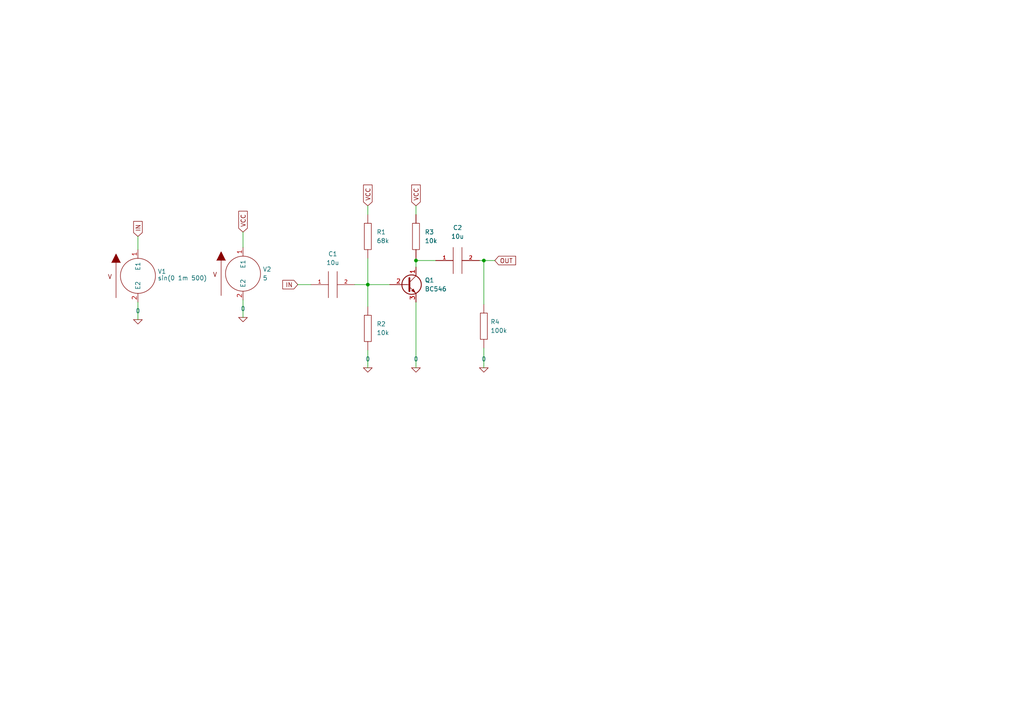
<source format=kicad_sch>
(kicad_sch (version 20211123) (generator eeschema)
  (paper "A4")
  (lib_symbols
    (symbol "Transistor_BJT:BC546" (pin_names (offset 0) hide)
      (property "Reference" "Q" (at 5.08 1.905 0))
      (property "Value" "BC546" (at 5.08 0 0))
      (symbol "BC546_0_1"
        (polyline (pts (xy 0 0) (xy 0.635 0)))
        (polyline (pts (xy 0.635 0.635) (xy 2.54 2.54)))
        (polyline (pts (xy 0.635 -0.635) (xy 2.54 -2.54) (xy 2.54 -2.54)))
        (polyline (pts (xy 0.635 1.905) (xy 0.635 -1.905) (xy 0.635 -1.905)) (stroke (width 0.508)))
        (polyline (pts (xy 1.27 -1.778) (xy 1.778 -1.27) (xy 2.286 -2.286) (xy 1.27 -1.778) (xy 1.27 -1.778)) (fill (type outline)))
        (circle (center 1.27 0) (radius 2.8194) (stroke (width 0.254)))
      )
      (symbol "BC546_1_1"
        (pin passive line (at 2.54 5.08 270) (length 2.54) (name "C") (number "1"))
        (pin input line (at -5.08 0 0) (length 5.08) (name "B") (number "2"))
        (pin passive line (at 2.54 -5.08 90) (length 2.54) (name "E") (number "3"))
      )
    )
    (symbol "pspice:0" (power) (pin_names (offset 0))
      (property "Value" "0" (at 0 -1.778 0))
      (symbol "0_0_1"
        (polyline (pts (xy -1.27 0) (xy 0 -1.27) (xy 1.27 0) (xy -1.27 0)))
      )
      (symbol "0_1_1"
        (pin power_in line (at 0 0 0) (length 0) hide (name "0") (number "1"))
      )
    )
    (symbol "pspice:C" (pin_names (offset 0.254))
      (property "Reference" "C" (at 2.54 3.81 90))
      (property "Value" "C" (at 2.54 -3.81 90))
      (symbol "C_0_1"
        (polyline (pts (xy -3.81 -1.27) (xy 3.81 -1.27)))
        (polyline (pts (xy -3.81 1.27) (xy 3.81 1.27)))
      )
      (symbol "C_1_1"
        (pin passive line (at 0 6.35 270) (length 5.08) (name "~") (number "1"))
        (pin passive line (at 0 -6.35 90) (length 5.08) (name "~") (number "2"))
      )
    )
    (symbol "pspice:R" (pin_numbers hide) (pin_names (offset 0))
      (property "Reference" "R" (at 2.032 0 90))
      (property "Value" "R" (at 0 0 90))
      (symbol "R_0_1"
        (rectangle (start -1.016 3.81) (end 1.016 -3.81))
      )
      (symbol "R_1_1"
        (pin passive line (at 0 6.35 270) (length 2.54) (name "~") (number "1"))
        (pin passive line (at 0 -6.35 90) (length 2.54) (name "~") (number "2"))
      )
    )
    (symbol "pspice:VSOURCE" (pin_names (offset 1.016))
      (property "Reference" "V" (at -6.35 7.62 0))
      (property "Value" "VSOURCE" (at 0 0 0))
      (symbol "VSOURCE_0_1"
        (polyline (pts (xy -6.35 -6.35) (xy -6.35 3.81)) (fill (type outline)))
        (polyline (pts (xy -7.62 3.81) (xy -6.35 6.35) (xy -5.08 3.81)) (fill (type outline)))
        (circle (center 0 0) (radius 5.08))
        (text "V" (at -8.128 -0.254 0) (effects (font (size 1.27 1.27))))
      )
      (symbol "VSOURCE_1_1"
        (pin input line (at 0 7.62 270) (length 2.54) (name "E1") (number "1"))
        (pin input line (at 0 -7.62 90) (length 2.54) (name "E2") (number "2"))
      )
    )
  )
  (junction (at 140.335 75.565))
  (junction (at 120.65 75.565))
  (junction (at 106.68 82.55))
  (wire (pts (xy 120.65 87.63) (xy 120.65 106.68)))
  (wire (pts (xy 140.335 100.965) (xy 140.335 106.68)))
  (wire (pts (xy 139.065 75.565) (xy 140.335 75.565)))
  (wire (pts (xy 120.65 75.565) (xy 120.65 77.47)))
  (wire (pts (xy 106.68 82.55) (xy 113.03 82.55)))
  (wire (pts (xy 106.68 82.55) (xy 106.68 88.9)))
  (wire (pts (xy 106.68 59.69) (xy 106.68 62.23)))
  (wire (pts (xy 40.005 87.63) (xy 40.005 92.71)))
  (wire (pts (xy 120.65 59.69) (xy 120.65 62.23)))
  (wire (pts (xy 106.68 101.6) (xy 106.68 106.68)))
  (wire (pts (xy 106.68 74.93) (xy 106.68 82.55)))
  (wire (pts (xy 120.65 75.565) (xy 126.365 75.565)))
  (wire (pts (xy 40.005 68.58) (xy 40.005 72.39)))
  (wire (pts (xy 70.485 67.31) (xy 70.485 71.755)))
  (wire (pts (xy 70.485 86.995) (xy 70.485 92.075)))
  (wire (pts (xy 120.65 74.93) (xy 120.65 75.565)))
  (wire (pts (xy 102.87 82.55) (xy 106.68 82.55)))
  (wire (pts (xy 140.335 75.565) (xy 143.51 75.565)))
  (wire (pts (xy 140.335 75.565) (xy 140.335 88.265)))
  (wire (pts (xy 86.36 82.55) (xy 90.17 82.55)))
  (global_label "IN" (shape input) (at 40.005 68.58 90) (property "Intersheet References" "${INTERSHEET_REFS}" (effects hide)))
  (global_label "OUT" (shape input) (at 143.51 75.565 0) (property "Intersheet References" "${INTERSHEET_REFS}" (effects hide)))
  (global_label "VCC" (shape input) (at 120.65 59.69 90) (property "Intersheet References" "${INTERSHEET_REFS}" (effects hide)))
  (global_label "VCC" (shape input) (at 106.68 59.69 90) (property "Intersheet References" "${INTERSHEET_REFS}" (effects hide)))
  (global_label "VCC" (shape input) (at 70.485 67.31 90) (property "Intersheet References" "${INTERSHEET_REFS}" (effects hide)))
  (global_label "IN" (shape input) (at 86.36 82.55 180) (property "Intersheet References" "${INTERSHEET_REFS}" (effects hide)))
  (symbol (lib_id "pspice:0") (at 106.68 106.68 0) (unit 1)
    (property "Reference" "#GND03" (effects hide))
    (property "Value" "0" (at 106.68 104.14 0))
  )
  (symbol (lib_id "pspice:VSOURCE") (at 40.005 80.01 0) (unit 1)
    (property "Reference" "V1" (at 45.72 78.7399 0) (effects (justify left)))
    (property "Value" "sin(0 1m 500)" (at 45.72 80.645 0) (effects (justify left)))
    (property "Spice_Primitive" "V" (effects hide))
    (property "Spice_Model" "dc 0 ac 1m sin(0 1 10k)" (effects hide))
    (property "Spice_Netlist_Enabled" "Y" (effects hide))
  )
  (symbol (lib_id "pspice:0") (at 120.65 106.68 0) (unit 1)
    (property "Reference" "#GND04" (effects hide))
    (property "Value" "0" (at 120.65 104.14 0))
  )
  (symbol (lib_id "pspice:R") (at 140.335 94.615 0) (unit 1)
    (property "Reference" "R4" (at 142.24 93.3449 0) (effects (justify left)))
    (property "Value" "100k" (at 142.24 95.8849 0) (effects (justify left)))
  )
  (symbol (lib_id "Transistor_BJT:BC546") (at 118.11 82.55 0) (unit 1)
    (property "Reference" "Q1" (at 123.19 81.2799 0) (effects (justify left)))
    (property "Value" "BC546" (at 123.19 83.8199 0) (effects (justify left)))
    (property "Footprint" "Package_TO_SOT_THT:TO-92_Inline" (effects hide))
    (property "Datasheet" "https://www.onsemi.com/pub/Collateral/BC550-D.pdf" (effects hide))
    (property "Spice_Primitive" "Q" (effects hide))
    (property "Spice_Model" "BC547" (effects hide))
    (property "Spice_Netlist_Enabled" "Y" (effects hide))
    (property "Spice_Lib_File" "C:\\Users\\henkj\\Downloads\\models_ugr\\modelos_subckt\\spice_complete\\BJTN.LIB" (effects hide))
  )
  (symbol (lib_id "pspice:R") (at 120.65 68.58 0) (unit 1)
    (property "Reference" "R3" (at 123.19 67.3099 0) (effects (justify left)))
    (property "Value" "10k" (at 123.19 69.8499 0) (effects (justify left)))
  )
  (symbol (lib_id "pspice:VSOURCE") (at 70.485 79.375 0) (unit 1)
    (property "Reference" "V2" (at 76.2 78.1049 0) (effects (justify left)))
    (property "Value" "5" (at 76.2 80.6449 0) (effects (justify left)))
  )
  (symbol (lib_id "pspice:0") (at 40.005 92.71 0) (unit 1)
    (property "Reference" "#GND01" (effects hide))
    (property "Value" "0" (at 40.005 90.17 0))
  )
  (symbol (lib_id "pspice:R") (at 106.68 68.58 0) (unit 1)
    (property "Reference" "R1" (at 109.22 67.3099 0) (effects (justify left)))
    (property "Value" "68k" (at 109.22 69.8499 0) (effects (justify left)))
  )
  (symbol (lib_id "pspice:C") (at 96.52 82.55 90) (unit 1)
    (property "Reference" "C1" (at 96.52 73.66 90))
    (property "Value" "10u" (at 96.52 76.2 90))
  )
  (symbol (lib_id "pspice:R") (at 106.68 95.25 0) (unit 1)
    (property "Reference" "R2" (at 109.22 93.9799 0) (effects (justify left)))
    (property "Value" "10k" (at 109.22 96.5199 0) (effects (justify left)))
  )
  (symbol (lib_id "pspice:C") (at 132.715 75.565 90) (unit 1)
    (property "Reference" "C2" (at 132.715 66.04 90))
    (property "Value" "10u" (at 132.715 68.58 90))
  )
  (symbol (lib_id "pspice:0") (at 70.485 92.075 0) (unit 1)
    (property "Reference" "#GND02" (effects hide))
    (property "Value" "0" (at 70.485 89.535 0))
  )
  (symbol (lib_id "pspice:0") (at 140.335 106.68 0) (unit 1)
    (property "Reference" "#GND05" (effects hide))
    (property "Value" "0" (at 140.335 104.14 0))
  )
)
</source>
